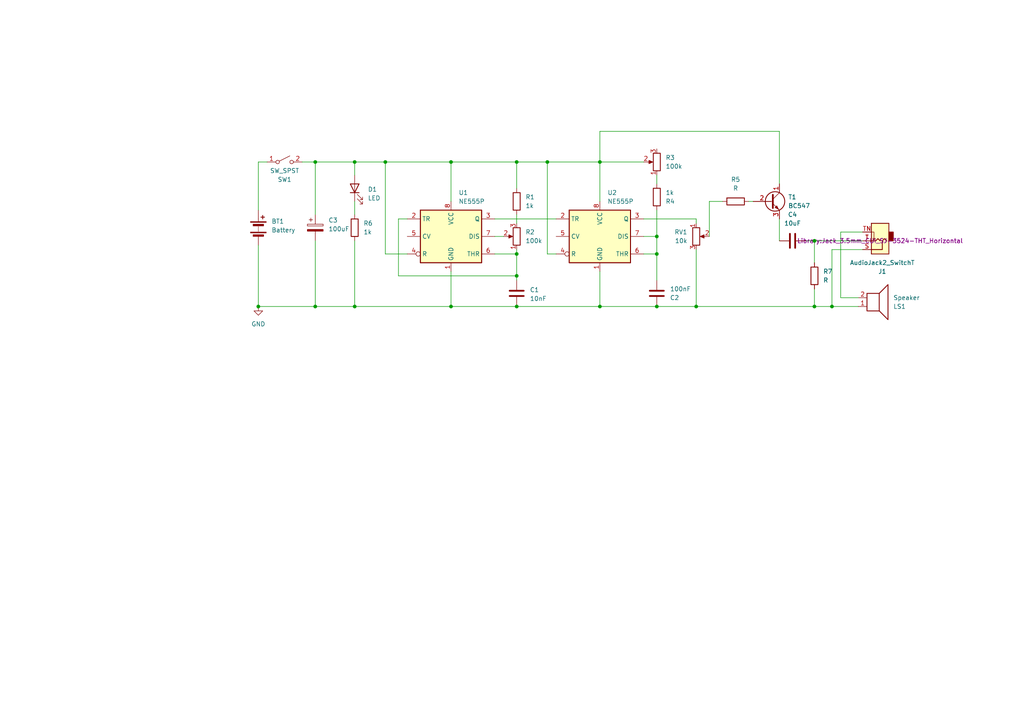
<source format=kicad_sch>
(kicad_sch (version 20231120) (generator "eeschema") (generator_version "8.0")
  (paper "A4")
  (lib_symbols
    (symbol "Connector_Audio:AudioJack2_SwitchT"
      (property "Reference" "J" (at 0 8.89 0))
      (property "Value" "AudioJack2_SwitchT" (at 0 6.35 0))
      (symbol "AudioJack2_SwitchT_0_1"
        (rectangle (start -2.54 0) (end -3.81 -2.54) (stroke (width 0.254)) (fill (type outline)))
        (polyline (pts (xy 1.778 -0.254) (xy 2.032 -0.762)))
        (polyline (pts (xy 0 0) (xy 0.635 -0.635) (xy 1.27 0) (xy 2.54 0)) (stroke (width 0.254)))
        (polyline (pts (xy 2.54 -2.54) (xy 1.778 -2.54) (xy 1.778 -0.254) (xy 1.524 -0.762)))
        (polyline (pts (xy 2.54 2.54) (xy -0.635 2.54) (xy -0.635 0) (xy -1.27 -0.635) (xy -1.905 0)) (stroke (width 0.254)))
        (rectangle (start 2.54 3.81) (end -2.54 -5.08) (stroke (width 0.254)) (fill (type background)))
      )
      (symbol "AudioJack2_SwitchT_1_1"
        (pin passive line (at 5.08 2.54 180) (length 2.54) (name "~") (number "S"))
        (pin passive line (at 5.08 0 180) (length 2.54) (name "~") (number "T"))
        (pin passive line (at 5.08 -2.54 180) (length 2.54) (name "~") (number "TN"))
      )
    )
    (symbol "Device:Battery" (pin_numbers hide) (pin_names (offset 0) hide)
      (property "Reference" "BT" (at 2.54 2.54 0))
      (property "Value" "Battery" (at 2.54 0 0))
      (symbol "Battery_0_1"
        (rectangle (start -2.286 -1.27) (end 2.286 -1.524) (fill (type outline)))
        (rectangle (start -2.286 1.778) (end 2.286 1.524) (fill (type outline)))
        (rectangle (start -1.524 -2.032) (end 1.524 -2.54) (fill (type outline)))
        (rectangle (start -1.524 1.016) (end 1.524 0.508) (fill (type outline)))
        (polyline (pts (xy 0 -1.016) (xy 0 -0.762)))
        (polyline (pts (xy 0 -0.508) (xy 0 -0.254)))
        (polyline (pts (xy 0 0) (xy 0 0.254)))
        (polyline (pts (xy 0 1.778) (xy 0 2.54)))
        (polyline (pts (xy 0.762 3.048) (xy 1.778 3.048)) (stroke (width 0.254)))
        (polyline (pts (xy 1.27 3.556) (xy 1.27 2.54)) (stroke (width 0.254)))
      )
      (symbol "Battery_1_1"
        (pin passive line (at 0 5.08 270) (length 2.54) (name "+") (number "1"))
        (pin passive line (at 0 -5.08 90) (length 2.54) (name "-") (number "2"))
      )
    )
    (symbol "Device:C" (pin_numbers hide) (pin_names (offset 0.254))
      (property "Reference" "C" (at 0.635 2.54 0))
      (property "Value" "C" (at 0.635 -2.54 0))
      (symbol "C_0_1"
        (polyline (pts (xy -2.032 -0.762) (xy 2.032 -0.762)) (stroke (width 0.508)))
        (polyline (pts (xy -2.032 0.762) (xy 2.032 0.762)) (stroke (width 0.508)))
      )
      (symbol "C_1_1"
        (pin passive line (at 0 3.81 270) (length 2.794) (name "~") (number "1"))
        (pin passive line (at 0 -3.81 90) (length 2.794) (name "~") (number "2"))
      )
    )
    (symbol "Device:C_Polarized" (pin_numbers hide) (pin_names (offset 0.254))
      (property "Reference" "C" (at 0.635 2.54 0))
      (property "Value" "C_Polarized" (at 0.635 -2.54 0))
      (symbol "C_Polarized_0_1"
        (rectangle (start -2.286 0.508) (end 2.286 1.016))
        (polyline (pts (xy -1.778 2.286) (xy -0.762 2.286)))
        (polyline (pts (xy -1.27 2.794) (xy -1.27 1.778)))
        (rectangle (start 2.286 -0.508) (end -2.286 -1.016) (fill (type outline)))
      )
      (symbol "C_Polarized_1_1"
        (pin passive line (at 0 3.81 270) (length 2.794) (name "~") (number "1"))
        (pin passive line (at 0 -3.81 90) (length 2.794) (name "~") (number "2"))
      )
    )
    (symbol "Device:LED" (pin_numbers hide) (pin_names (offset 1.016) hide)
      (property "Reference" "D" (at 0 2.54 0))
      (property "Value" "LED" (at 0 -2.54 0))
      (symbol "LED_0_1"
        (polyline (pts (xy -1.27 -1.27) (xy -1.27 1.27)) (stroke (width 0.254)))
        (polyline (pts (xy -1.27 0) (xy 1.27 0)))
        (polyline (pts (xy 1.27 -1.27) (xy 1.27 1.27) (xy -1.27 0) (xy 1.27 -1.27)) (stroke (width 0.254)))
        (polyline (pts (xy -3.048 -0.762) (xy -4.572 -2.286) (xy -3.81 -2.286) (xy -4.572 -2.286) (xy -4.572 -1.524)))
        (polyline (pts (xy -1.778 -0.762) (xy -3.302 -2.286) (xy -2.54 -2.286) (xy -3.302 -2.286) (xy -3.302 -1.524)))
      )
      (symbol "LED_1_1"
        (pin passive line (at -3.81 0 0) (length 2.54) (name "K") (number "1"))
        (pin passive line (at 3.81 0 180) (length 2.54) (name "A") (number "2"))
      )
    )
    (symbol "Device:R" (pin_numbers hide) (pin_names (offset 0))
      (property "Reference" "R" (at 2.032 0 90))
      (property "Value" "R" (at 0 0 90))
      (symbol "R_0_1"
        (rectangle (start -1.016 -2.54) (end 1.016 2.54) (stroke (width 0.254)))
      )
      (symbol "R_1_1"
        (pin passive line (at 0 3.81 270) (length 1.27) (name "~") (number "1"))
        (pin passive line (at 0 -3.81 90) (length 1.27) (name "~") (number "2"))
      )
    )
    (symbol "Device:R_Potentiometer" (pin_names (offset 1.016) hide)
      (property "Reference" "RV" (at -4.445 0 90))
      (property "Value" "R_Potentiometer" (at -2.54 0 90))
      (symbol "R_Potentiometer_0_1"
        (polyline (pts (xy 2.54 0) (xy 1.524 0)))
        (polyline (pts (xy 1.143 0) (xy 2.286 0.508) (xy 2.286 -0.508) (xy 1.143 0)) (fill (type outline)))
        (rectangle (start 1.016 2.54) (end -1.016 -2.54) (stroke (width 0.254)))
      )
      (symbol "R_Potentiometer_1_1"
        (pin passive line (at 0 3.81 270) (length 1.27) (name "1") (number "1"))
        (pin passive line (at 3.81 0 180) (length 1.27) (name "2") (number "2"))
        (pin passive line (at 0 -3.81 90) (length 1.27) (name "3") (number "3"))
      )
    )
    (symbol "Device:Speaker" (pin_names (offset 0) hide)
      (property "Reference" "LS" (at 1.27 5.715 0))
      (property "Value" "Speaker" (at 1.27 3.81 0))
      (symbol "Speaker_0_0"
        (rectangle (start -2.54 1.27) (end 1.016 -3.81) (stroke (width 0.254)))
        (polyline (pts (xy 1.016 1.27) (xy 3.556 3.81) (xy 3.556 -6.35) (xy 1.016 -3.81)) (stroke (width 0.254)))
      )
      (symbol "Speaker_1_1"
        (pin input line (at -5.08 0 0) (length 2.54) (name "1") (number "1"))
        (pin input line (at -5.08 -2.54 0) (length 2.54) (name "2") (number "2"))
      )
    )
    (symbol "Switch:SW_SPST" (pin_names (offset 0) hide)
      (property "Reference" "SW" (at 0 3.175 0))
      (property "Value" "SW_SPST" (at 0 -2.54 0))
      (symbol "SW_SPST_0_0"
        (circle (center -2.032 0) (radius 0.508))
        (polyline (pts (xy -1.524 0.254) (xy 1.524 1.778)))
        (circle (center 2.032 0) (radius 0.508))
      )
      (symbol "SW_SPST_1_1"
        (pin passive line (at -5.08 0 0) (length 2.54) (name "A") (number "1"))
        (pin passive line (at 5.08 0 180) (length 2.54) (name "B") (number "2"))
      )
    )
    (symbol "Timer:NE555P"
      (property "Reference" "U" (at -10.16 8.89 0))
      (property "Value" "NE555P" (at 2.54 8.89 0))
      (symbol "NE555P_0_0"
        (pin power_in line (at 0 -10.16 90) (length 2.54) (name "GND") (number "1"))
        (pin power_in line (at 0 10.16 270) (length 2.54) (name "VCC") (number "8"))
      )
      (symbol "NE555P_0_1"
        (rectangle (start -8.89 -7.62) (end 8.89 7.62) (stroke (width 0.254)) (fill (type background)))
        (rectangle (start -8.89 -7.62) (end 8.89 7.62) (stroke (width 0.254)) (fill (type background)))
      )
      (symbol "NE555P_1_1"
        (pin input line (at -12.7 5.08 0) (length 3.81) (name "TR") (number "2"))
        (pin output line (at 12.7 5.08 180) (length 3.81) (name "Q") (number "3"))
        (pin input inverted (at -12.7 -5.08 0) (length 3.81) (name "R") (number "4"))
        (pin input line (at -12.7 0 0) (length 3.81) (name "CV") (number "5"))
        (pin input line (at 12.7 -5.08 180) (length 3.81) (name "THR") (number "6"))
        (pin input line (at 12.7 0 180) (length 3.81) (name "DIS") (number "7"))
      )
    )
    (symbol "Transistor_BJT:BC547" (pin_names (offset 0) hide)
      (property "Reference" "Q" (at 5.08 1.905 0))
      (property "Value" "BC547" (at 5.08 0 0))
      (symbol "BC547_0_1"
        (polyline (pts (xy 0 0) (xy 0.635 0)))
        (polyline (pts (xy 0.635 0.635) (xy 2.54 2.54)))
        (polyline (pts (xy 0.635 -0.635) (xy 2.54 -2.54) (xy 2.54 -2.54)))
        (polyline (pts (xy 0.635 1.905) (xy 0.635 -1.905) (xy 0.635 -1.905)) (stroke (width 0.508)))
        (polyline (pts (xy 1.27 -1.778) (xy 1.778 -1.27) (xy 2.286 -2.286) (xy 1.27 -1.778) (xy 1.27 -1.778)) (fill (type outline)))
        (circle (center 1.27 0) (radius 2.8194) (stroke (width 0.254)))
      )
      (symbol "BC547_1_1"
        (pin passive line (at 2.54 5.08 270) (length 2.54) (name "C") (number "1"))
        (pin input line (at -5.08 0 0) (length 5.08) (name "B") (number "2"))
        (pin passive line (at 2.54 -5.08 90) (length 2.54) (name "E") (number "3"))
      )
    )
    (symbol "power:GND" (power) (pin_numbers hide) (pin_names (offset 0) hide)
      (property "Value" "GND" (at 0 -3.81 0))
      (symbol "GND_0_1"
        (polyline (pts (xy 0 0) (xy 0 -1.27) (xy 1.27 -1.27) (xy 0 -2.54) (xy -1.27 -1.27) (xy 0 -1.27)))
      )
      (symbol "GND_1_1"
        (pin power_in line (at 0 0 270) (length 0) (name "~") (number "1"))
      )
    )
  )
  (junction (at 201.93 88.9))
  (junction (at 190.5 68.58))
  (junction (at 130.81 88.9))
  (junction (at 190.5 73.66))
  (junction (at 241.3 88.9))
  (junction (at 149.86 80.01))
  (junction (at 158.75 46.99))
  (junction (at 130.81 46.99))
  (junction (at 91.44 46.99))
  (junction (at 111.76 46.99))
  (junction (at 149.86 46.99))
  (junction (at 102.87 88.9))
  (junction (at 149.86 73.66))
  (junction (at 91.44 88.9))
  (junction (at 173.99 88.9))
  (junction (at 236.22 69.85))
  (junction (at 102.87 46.99))
  (junction (at 190.5 88.9))
  (junction (at 236.22 88.9))
  (junction (at 74.93 88.9))
  (junction (at 149.86 88.9))
  (junction (at 173.99 46.99))
  (bus_entry (at 302.26 66.04) (size 2.54 2.54))
  (wire (pts (xy 241.3 72.39) (xy 250.19 72.39)))
  (wire (pts (xy 91.44 46.99) (xy 91.44 62.23)))
  (wire (pts (xy 158.75 73.66) (xy 158.75 46.99)))
  (wire (pts (xy 186.69 63.5) (xy 201.93 63.5)))
  (wire (pts (xy 130.81 78.74) (xy 130.81 88.9)))
  (wire (pts (xy 190.5 73.66) (xy 190.5 68.58)))
  (wire (pts (xy 102.87 58.42) (xy 102.87 62.23)))
  (wire (pts (xy 102.87 69.85) (xy 102.87 88.9)))
  (wire (pts (xy 74.93 71.12) (xy 74.93 88.9)))
  (wire (pts (xy 115.57 63.5) (xy 118.11 63.5)))
  (wire (pts (xy 236.22 83.82) (xy 236.22 88.9)))
  (wire (pts (xy 201.93 63.5) (xy 201.93 64.77)))
  (wire (pts (xy 102.87 46.99) (xy 102.87 50.8)))
  (wire (pts (xy 149.86 80.01) (xy 149.86 81.28)))
  (wire (pts (xy 217.17 58.42) (xy 218.44 58.42)))
  (wire (pts (xy 87.63 46.99) (xy 91.44 46.99)))
  (wire (pts (xy 74.93 46.99) (xy 77.47 46.99)))
  (wire (pts (xy 233.68 69.85) (xy 236.22 69.85)))
  (wire (pts (xy 111.76 46.99) (xy 130.81 46.99)))
  (wire (pts (xy 236.22 69.85) (xy 236.22 76.2)))
  (wire (pts (xy 250.19 67.31) (xy 243.84 67.31)))
  (wire (pts (xy 149.86 80.01) (xy 115.57 80.01)))
  (wire (pts (xy 173.99 46.99) (xy 173.99 58.42)))
  (wire (pts (xy 102.87 46.99) (xy 111.76 46.99)))
  (wire (pts (xy 173.99 38.1) (xy 173.99 46.99)))
  (wire (pts (xy 74.93 88.9) (xy 91.44 88.9)))
  (wire (pts (xy 91.44 88.9) (xy 102.87 88.9)))
  (wire (pts (xy 190.5 73.66) (xy 190.5 81.28)))
  (wire (pts (xy 226.06 69.85) (xy 226.06 63.5)))
  (wire (pts (xy 226.06 53.34) (xy 226.06 38.1)))
  (wire (pts (xy 143.51 73.66) (xy 149.86 73.66)))
  (wire (pts (xy 143.51 63.5) (xy 161.29 63.5)))
  (wire (pts (xy 241.3 88.9) (xy 248.92 88.9)))
  (wire (pts (xy 143.51 68.58) (xy 146.05 68.58)))
  (wire (pts (xy 102.87 88.9) (xy 130.81 88.9)))
  (wire (pts (xy 130.81 46.99) (xy 130.81 58.42)))
  (wire (pts (xy 173.99 88.9) (xy 190.5 88.9)))
  (wire (pts (xy 205.74 58.42) (xy 205.74 68.58)))
  (wire (pts (xy 158.75 46.99) (xy 173.99 46.99)))
  (wire (pts (xy 111.76 73.66) (xy 111.76 46.99)))
  (wire (pts (xy 201.93 72.39) (xy 201.93 88.9)))
  (wire (pts (xy 118.11 73.66) (xy 111.76 73.66)))
  (wire (pts (xy 91.44 46.99) (xy 102.87 46.99)))
  (wire (pts (xy 130.81 46.99) (xy 149.86 46.99)))
  (wire (pts (xy 209.55 58.42) (xy 205.74 58.42)))
  (wire (pts (xy 241.3 72.39) (xy 241.3 88.9)))
  (wire (pts (xy 149.86 46.99) (xy 158.75 46.99)))
  (wire (pts (xy 243.84 86.36) (xy 248.92 86.36)))
  (wire (pts (xy 74.93 46.99) (xy 74.93 60.96)))
  (wire (pts (xy 236.22 88.9) (xy 241.3 88.9)))
  (wire (pts (xy 173.99 78.74) (xy 173.99 88.9)))
  (wire (pts (xy 201.93 88.9) (xy 236.22 88.9)))
  (wire (pts (xy 236.22 69.85) (xy 250.19 69.85)))
  (wire (pts (xy 91.44 69.85) (xy 91.44 88.9)))
  (wire (pts (xy 149.86 72.39) (xy 149.86 73.66)))
  (wire (pts (xy 115.57 80.01) (xy 115.57 63.5)))
  (wire (pts (xy 149.86 54.61) (xy 149.86 46.99)))
  (wire (pts (xy 130.81 88.9) (xy 149.86 88.9)))
  (wire (pts (xy 149.86 88.9) (xy 173.99 88.9)))
  (wire (pts (xy 149.86 73.66) (xy 149.86 80.01)))
  (wire (pts (xy 190.5 68.58) (xy 186.69 68.58)))
  (wire (pts (xy 190.5 50.8) (xy 190.5 53.34)))
  (wire (pts (xy 226.06 38.1) (xy 173.99 38.1)))
  (wire (pts (xy 190.5 88.9) (xy 201.93 88.9)))
  (wire (pts (xy 173.99 46.99) (xy 186.69 46.99)))
  (wire (pts (xy 161.29 73.66) (xy 158.75 73.66)))
  (wire (pts (xy 243.84 67.31) (xy 243.84 86.36)))
  (wire (pts (xy 149.86 62.23) (xy 149.86 64.77)))
  (wire (pts (xy 190.5 73.66) (xy 186.69 73.66)))
  (wire (pts (xy 190.5 60.96) (xy 190.5 68.58)))
  (symbol (lib_id "Device:LED") (at 102.87 54.61 90) (unit 1)
    (property "Reference" "D1" (at 106.68 54.9274 90) (effects (justify right)))
    (property "Value" "LED" (at 106.68 57.4674 90) (effects (justify right)))
    (property "Footprint" "LED_THT:LED_D5.0mm" (effects (hide yes)))
    (property "Description" "Light emitting diode" (effects (hide yes)))
  )
  (symbol (lib_id "Device:Battery") (at 74.93 66.04 0) (unit 1)
    (property "Reference" "BT1" (at 78.74 64.1984 0) (effects (justify left)))
    (property "Value" "Battery" (at 78.74 66.7384 0) (effects (justify left)))
    (property "Footprint" "Connector_PinHeader_2.54mm:PinHeader_1x02_P2.54mm_Vertical" (effects (hide yes)))
    (property "Description" "Multiple-cell battery" (effects (hide yes)))
  )
  (symbol (lib_id "Transistor_BJT:BC547") (at 223.52 58.42 0) (unit 1)
    (property "Reference" "T1" (at 228.6 57.1499 0) (effects (justify left)))
    (property "Value" "BC547" (at 228.6 59.6899 0) (effects (justify left)))
    (property "Footprint" "Package_TO_SOT_THT:TO-92_Inline" (effects (hide yes)))
    (property "Datasheet" "https://www.onsemi.com/pub/Collateral/BC550-D.pdf" (effects (hide yes)))
    (property "Description" "0.1A Ic, 45V Vce, Small Signal NPN Transistor, TO-92" (effects (hide yes)))
  )
  (symbol (lib_id "Device:R") (at 102.87 66.04 0) (unit 1)
    (property "Reference" "R6" (at 105.41 64.7699 0) (effects (justify left)))
    (property "Value" "1k" (at 105.41 67.3099 0) (effects (justify left)))
    (property "Footprint" "Resistor_THT:R_Axial_DIN0207_L6.3mm_D2.5mm_P10.16mm_Horizontal" (effects (hide yes)))
    (property "Description" "Resistor" (effects (hide yes)))
  )
  (symbol (lib_id "Switch:SW_SPST") (at 82.55 46.99 0) (unit 1)
    (property "Reference" "SW1" (at 82.55 52.07 0))
    (property "Value" "SW_SPST" (at 82.55 49.53 0))
    (property "Footprint" "Button_Switch_THT:SW_E-Switch_EG1224_SPDT_Angled" (effects (hide yes)))
    (property "Description" "Single Pole Single Throw (SPST) switch" (effects (hide yes)))
  )
  (symbol (lib_id "Device:C_Polarized") (at 91.44 66.04 0) (unit 1)
    (property "Reference" "C3" (at 95.25 63.8809 0) (effects (justify left)))
    (property "Value" "100uF" (at 95.25 66.4209 0) (effects (justify left)))
    (property "Footprint" "Capacitor_THT:CP_Radial_D6.3mm_P2.50mm" (effects (hide yes)))
    (property "Description" "Polarized capacitor" (effects (hide yes)))
  )
  (symbol (lib_id "Device:R") (at 149.86 58.42 0) (unit 1)
    (property "Reference" "R1" (at 152.4 57.1499 0) (effects (justify left)))
    (property "Value" "1k" (at 152.4 59.6899 0) (effects (justify left)))
    (property "Footprint" "Resistor_THT:R_Axial_DIN0207_L6.3mm_D2.5mm_P10.16mm_Horizontal" (effects (hide yes)))
    (property "Description" "Resistor" (effects (hide yes)))
  )
  (symbol (lib_id "Device:C") (at 149.86 85.09 0) (unit 1)
    (property "Reference" "C1" (at 153.67 84.074 0) (effects (justify left)))
    (property "Value" "10nF" (at 153.67 86.614 0) (effects (justify left)))
    (property "Footprint" "Capacitor_THT:C_Disc_D8.0mm_W2.5mm_P5.00mm" (effects (hide yes)))
    (property "Description" "Unpolarized capacitor" (effects (hide yes)))
  )
  (symbol (lib_id "Timer:NE555P") (at 130.81 68.58 0) (unit 1)
    (property "Reference" "U1" (at 133.0041 55.88 0) (effects (justify left)))
    (property "Value" "NE555P" (at 133.0041 58.42 0) (effects (justify left)))
    (property "Footprint" "Package_DIP:DIP-8_W7.62mm" (effects (hide yes)))
    (property "Datasheet" "http://www.ti.com/lit/ds/symlink/ne555.pdf" (effects (hide yes)))
    (property "Description" "Precision Timers, 555 compatible,  PDIP-8" (effects (hide yes)))
    (property "Sim.Library" "NE555.sub" (effects (hide yes)))
  )
  (symbol (lib_id "Device:R") (at 190.5 57.15 0) (mirror x) (unit 1)
    (property "Reference" "R4" (at 193.04 58.4201 0) (effects (justify left)))
    (property "Value" "1k" (at 193.04 55.8801 0) (effects (justify left)))
    (property "Footprint" "Resistor_THT:R_Axial_DIN0207_L6.3mm_D2.5mm_P10.16mm_Horizontal" (effects (hide yes)))
    (property "Description" "Resistor" (effects (hide yes)))
  )
  (symbol (lib_id "Device:R") (at 236.22 80.01 0) (unit 1)
    (property "Reference" "R7" (at 238.76 78.7399 0) (effects (justify left)))
    (property "Value" "R" (at 238.76 81.2799 0) (effects (justify left)))
    (property "Footprint" "Resistor_THT:R_Axial_DIN0207_L6.3mm_D2.5mm_P10.16mm_Horizontal" (effects (hide yes)))
    (property "Description" "Resistor" (effects (hide yes)))
  )
  (symbol (lib_id "Connector_Audio:AudioJack2_SwitchT") (at 255.27 69.85 180) (unit 1)
    (property "Reference" "J1" (at 255.905 78.74 0))
    (property "Value" "AudioJack2_SwitchT" (at 255.905 76.2 0))
    (property "Footprint" "Library:Jack_3.5mm_CUI_SJ-3524-THT_Horizontal" (at 255.27 69.85 0))
    (property "Description" "Audio Jack, 2 Poles (Mono / TS), Switched T Pole (Normalling)" (effects (hide yes)))
  )
  (symbol (lib_id "Device:Speaker") (at 254 88.9 0) (mirror x) (unit 1)
    (property "Reference" "LS1" (at 259.08 88.9001 0) (effects (justify left)))
    (property "Value" "Speaker" (at 259.08 86.3601 0) (effects (justify left)))
    (property "Footprint" "TerminalBlock:TerminalBlock_Altech_AK300-2_P5.00mm" (effects (hide yes)))
    (property "Description" "Speaker" (effects (hide yes)))
  )
  (symbol (lib_id "Device:R_Potentiometer") (at 201.93 68.58 0) (unit 1)
    (property "Reference" "RV1" (at 199.39 67.3099 0) (effects (justify right)))
    (property "Value" "10k" (at 199.39 69.8499 0) (effects (justify right)))
    (property "Footprint" "Library:Rotary poti" (effects (hide yes)))
    (property "Description" "Potentiometer" (effects (hide yes)))
  )
  (symbol (lib_id "Device:R_Potentiometer") (at 149.86 68.58 180) (unit 1)
    (property "Reference" "R2" (at 152.4 67.3099 0) (effects (justify right)))
    (property "Value" "100k" (at 152.4 69.8499 0) (effects (justify right)))
    (property "Footprint" "Potentiometer_THT:Potentiometer_Alps_RK09K_Single_Vertical" (effects (hide yes)))
    (property "Description" "Potentiometer" (effects (hide yes)))
  )
  (symbol (lib_id "Device:R_Potentiometer") (at 190.5 46.99 180) (unit 1)
    (property "Reference" "R3" (at 193.04 45.7199 0) (effects (justify right)))
    (property "Value" "100k" (at 193.04 48.2599 0) (effects (justify right)))
    (property "Footprint" "Potentiometer_THT:Potentiometer_Alps_RK09K_Single_Vertical" (effects (hide yes)))
    (property "Description" "Potentiometer" (effects (hide yes)))
  )
  (symbol (lib_id "power:GND") (at 74.93 88.9 0) (unit 1)
    (property "Reference" "#PWR01" (effects (hide yes)))
    (property "Value" "GND" (at 74.93 93.98 0))
    (property "Description" "Power symbol creates a global label with name \"GND\" , ground" (effects (hide yes)))
  )
  (symbol (lib_id "Timer:NE555P") (at 173.99 68.58 0) (unit 1)
    (property "Reference" "U2" (at 176.1841 55.88 0) (effects (justify left)))
    (property "Value" "NE555P" (at 176.1841 58.42 0) (effects (justify left)))
    (property "Footprint" "Package_DIP:DIP-8_W7.62mm" (effects (hide yes)))
    (property "Datasheet" "http://www.ti.com/lit/ds/symlink/ne555.pdf" (effects (hide yes)))
    (property "Description" "Precision Timers, 555 compatible,  PDIP-8" (effects (hide yes)))
  )
  (symbol (lib_id "Device:R") (at 213.36 58.42 90) (unit 1)
    (property "Reference" "R5" (at 213.36 52.07 90))
    (property "Value" "R" (at 213.36 54.61 90))
    (property "Footprint" "Resistor_THT:R_Axial_DIN0207_L6.3mm_D2.5mm_P10.16mm_Horizontal" (effects (hide yes)))
    (property "Description" "Resistor" (effects (hide yes)))
  )
  (symbol (lib_id "Device:C") (at 190.5 85.09 0) (mirror x) (unit 1)
    (property "Reference" "C2" (at 194.31 86.3601 0) (effects (justify left)))
    (property "Value" "100nF" (at 194.31 83.8201 0) (effects (justify left)))
    (property "Footprint" "Capacitor_THT:C_Disc_D8.0mm_W2.5mm_P5.00mm" (effects (hide yes)))
    (property "Description" "Unpolarized capacitor" (effects (hide yes)))
  )
  (symbol (lib_id "Device:C") (at 229.87 69.85 90) (unit 1)
    (property "Reference" "C4" (at 229.87 62.23 90))
    (property "Value" "10uF" (at 229.87 64.77 90))
    (property "Footprint" "Capacitor_THT:CP_Radial_D5.0mm_P2.50mm" (effects (hide yes)))
    (property "Description" "Unpolarized capacitor" (effects (hide yes)))
  )
)
</source>
